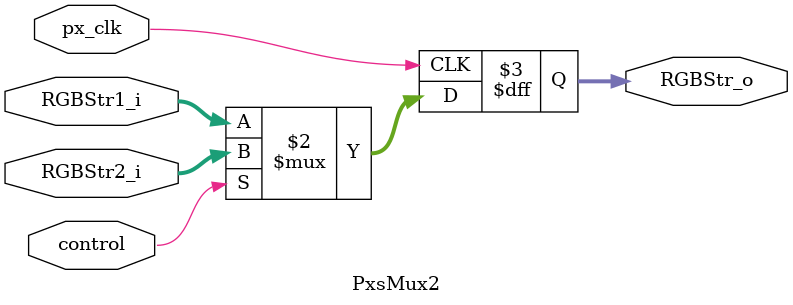
<source format=v>
module PxsMux2 (
            input wire       px_clk,            // pixel clock
			input wire [25:0] RGBStr1_i,		// Input stream 1
			input wire [25:0] RGBStr2_i,		// Input stream 2		
			input wire control,					// strean selector
			output reg [25:0] RGBStr_o			// Otuput stream
         );
		 
// alias 
`define Active 0:0
`define VS 1:1
`define HS 2:2
`define YC 12:3
`define XC 22:13
`define RGB 25:23

always @(posedge px_clk)
begin
	RGBStr_o <= control? RGBStr2_i:RGBStr1_i;
end

endmodule

</source>
